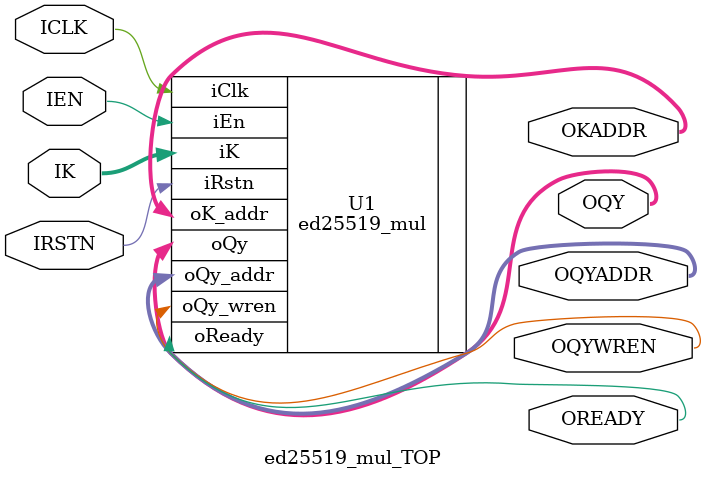
<source format=v>
module ed25519_mul_TOP (
	input			ICLK,
	input			IRSTN,
	
	input			IEN,
	output			OREADY,
	
	output	[2:0]	OKADDR,
	output	[2:0]	OQYADDR,
	output			OQYWREN,
	input	[31:0]	IK,
	output	[31:0]	OQY
);

 ed25519_mul U1 (
	.iClk		(ICLK),
	.iRstn		(IRSTN),
	
	.iEn		(IEN),
	.oReady		(OREADY),
	
	.oK_addr	(OKADDR),
	.oQy_addr	(OQYADDR),
	.oQy_wren	(OQYWREN),
	.iK			(IK),
	.oQy		(OQY)
 );

endmodule

</source>
